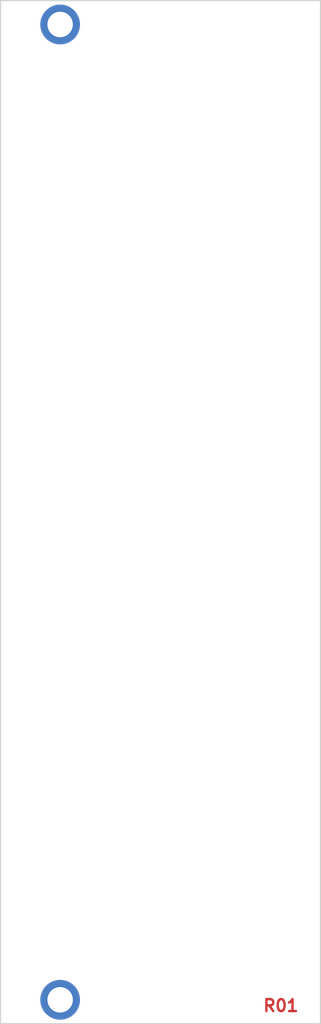
<source format=kicad_pcb>
(kicad_pcb (version 20171130) (host pcbnew 5.1.10)

  (general
    (thickness 1.6)
    (drawings 18)
    (tracks 0)
    (zones 0)
    (modules 12)
    (nets 1)
  )

  (page A4)
  (title_block
    (title produkt)
    (date 2021-12-08)
    (rev R01)
    (comment 1 "PCB for panel")
    (comment 2 "vca and ringmodulator")
    (comment 4 "License CC BY 4.0 - Attribution 4.0 International")
  )

  (layers
    (0 F.Cu signal)
    (31 B.Cu signal)
    (32 B.Adhes user)
    (33 F.Adhes user)
    (34 B.Paste user)
    (35 F.Paste user)
    (36 B.SilkS user)
    (37 F.SilkS user)
    (38 B.Mask user)
    (39 F.Mask user)
    (40 Dwgs.User user)
    (41 Cmts.User user)
    (42 Eco1.User user)
    (43 Eco2.User user)
    (44 Edge.Cuts user)
    (45 Margin user)
    (46 B.CrtYd user)
    (47 F.CrtYd user)
    (48 B.Fab user)
    (49 F.Fab user)
  )

  (setup
    (last_trace_width 0.25)
    (trace_clearance 0.2)
    (zone_clearance 0.508)
    (zone_45_only no)
    (trace_min 0.2)
    (via_size 0.8)
    (via_drill 0.4)
    (via_min_size 0.4)
    (via_min_drill 0.3)
    (uvia_size 0.3)
    (uvia_drill 0.1)
    (uvias_allowed no)
    (uvia_min_size 0.2)
    (uvia_min_drill 0.1)
    (edge_width 0.05)
    (segment_width 0.2)
    (pcb_text_width 0.3)
    (pcb_text_size 1.5 1.5)
    (mod_edge_width 0.12)
    (mod_text_size 1 1)
    (mod_text_width 0.15)
    (pad_size 1.524 1.524)
    (pad_drill 0.762)
    (pad_to_mask_clearance 0)
    (aux_axis_origin 0 0)
    (visible_elements FFFFFF7F)
    (pcbplotparams
      (layerselection 0x010fc_ffffffff)
      (usegerberextensions false)
      (usegerberattributes true)
      (usegerberadvancedattributes true)
      (creategerberjobfile true)
      (excludeedgelayer true)
      (linewidth 0.100000)
      (plotframeref false)
      (viasonmask false)
      (mode 1)
      (useauxorigin false)
      (hpglpennumber 1)
      (hpglpenspeed 20)
      (hpglpendiameter 15.000000)
      (psnegative false)
      (psa4output false)
      (plotreference true)
      (plotvalue true)
      (plotinvisibletext false)
      (padsonsilk false)
      (subtractmaskfromsilk false)
      (outputformat 1)
      (mirror false)
      (drillshape 1)
      (scaleselection 1)
      (outputdirectory ""))
  )

  (net 0 "")

  (net_class Default "This is the default net class."
    (clearance 0.2)
    (trace_width 0.25)
    (via_dia 0.8)
    (via_drill 0.4)
    (uvia_dia 0.3)
    (uvia_drill 0.1)
  )

  (module elektrophon:panel_jack (layer F.Cu) (tedit 60C77876) (tstamp 60E40BF6)
    (at 81.28 157.48)
    (descr "Mounting Hole 8.4mm, no annular, M8")
    (tags "mounting hole 8.4mm no annular m8")
    (path /6097E11B)
    (attr virtual)
    (fp_text reference H12 (at 0 -9.4) (layer F.SilkS) hide
      (effects (font (size 1 1) (thickness 0.15)))
    )
    (fp_text value out (at 0 9.144) (layer F.Mask) hide
      (effects (font (size 2 1.4) (thickness 0.25)))
    )
    (fp_circle (center 0 0) (end 4.2 0) (layer F.CrtYd) (width 0.05))
    (fp_circle (center 0 0) (end 4 0) (layer Cmts.User) (width 0.15))
    (fp_text user %R (at 0.3 0) (layer F.Fab) hide
      (effects (font (size 1 1) (thickness 0.15)))
    )
    (pad "" np_thru_hole circle (at 0 0) (size 6.4 6.4) (drill 6.4) (layers *.Cu *.Mask))
    (model "${KIPRJMOD}/../../../lib/kicad/models/PJ301M-12 Thonkiconn v0.2.stp"
      (offset (xyz 0 0.8 -10.5))
      (scale (xyz 1 1 1))
      (rotate (xyz 0 0 0))
    )
  )

  (module elektrophon:panel_potentiometer (layer F.Cu) (tedit 60C7789D) (tstamp 60E40BEE)
    (at 81.28 137.16)
    (descr "Mounting Hole 8.4mm, no annular, M8")
    (tags "mounting hole 8.4mm no annular m8")
    (path /6097E121)
    (attr virtual)
    (fp_text reference H11 (at 0 -9.4) (layer F.SilkS) hide
      (effects (font (size 1 1) (thickness 0.15)))
    )
    (fp_text value volY_b (at 0 9.144) (layer F.Mask) hide
      (effects (font (size 2 1.4) (thickness 0.25)))
    )
    (fp_circle (center 0 0) (end 6.6 0) (layer F.CrtYd) (width 0.05))
    (fp_circle (center 0 0) (end 6.35 0) (layer Cmts.User) (width 0.15))
    (fp_text user %R (at 0.3 0) (layer F.Fab) hide
      (effects (font (size 1 1) (thickness 0.15)))
    )
    (pad "" np_thru_hole circle (at 0 0) (size 7.4 7.4) (drill 7.4) (layers *.Cu *.Mask))
    (model ${KIPRJMOD}/../../../lib/kicad/models/ALPHA-RD901F-40.step
      (offset (xyz 0 0.5 -12))
      (scale (xyz 1 1 1))
      (rotate (xyz 0 0 0))
    )
  )

  (module elektrophon:panel_jack (layer F.Cu) (tedit 60C77876) (tstamp 60E40BE6)
    (at 60.96 116.84)
    (descr "Mounting Hole 8.4mm, no annular, M8")
    (tags "mounting hole 8.4mm no annular m8")
    (path /6097E127)
    (attr virtual)
    (fp_text reference H10 (at 0 -9.4) (layer F.SilkS) hide
      (effects (font (size 1 1) (thickness 0.15)))
    )
    (fp_text value Y (at 0 9.144) (layer F.Mask) hide
      (effects (font (size 2 1.4) (thickness 0.25)))
    )
    (fp_circle (center 0 0) (end 4.2 0) (layer F.CrtYd) (width 0.05))
    (fp_circle (center 0 0) (end 4 0) (layer Cmts.User) (width 0.15))
    (fp_text user %R (at 0.3 0) (layer F.Fab) hide
      (effects (font (size 1 1) (thickness 0.15)))
    )
    (pad "" np_thru_hole circle (at 0 0) (size 6.4 6.4) (drill 6.4) (layers *.Cu *.Mask))
    (model "${KIPRJMOD}/../../../lib/kicad/models/PJ301M-12 Thonkiconn v0.2.stp"
      (offset (xyz 0 0.8 -10.5))
      (scale (xyz 1 1 1))
      (rotate (xyz 0 0 0))
    )
  )

  (module elektrophon:panel_potentiometer (layer F.Cu) (tedit 60C7789D) (tstamp 60E40BDE)
    (at 81.28 96.52)
    (descr "Mounting Hole 8.4mm, no annular, M8")
    (tags "mounting hole 8.4mm no annular m8")
    (path /5D6AFC22)
    (attr virtual)
    (fp_text reference H9 (at 0 -9.4) (layer F.SilkS) hide
      (effects (font (size 1 1) (thickness 0.15)))
    )
    (fp_text value volX_a (at 0 9.144) (layer F.Mask) hide
      (effects (font (size 2 1.4) (thickness 0.25)))
    )
    (fp_circle (center 0 0) (end 6.6 0) (layer F.CrtYd) (width 0.05))
    (fp_circle (center 0 0) (end 6.35 0) (layer Cmts.User) (width 0.15))
    (fp_text user %R (at 0.3 0) (layer F.Fab) hide
      (effects (font (size 1 1) (thickness 0.15)))
    )
    (pad "" np_thru_hole circle (at 0 0) (size 7.4 7.4) (drill 7.4) (layers *.Cu *.Mask))
    (model ${KIPRJMOD}/../../../lib/kicad/models/ALPHA-RD901F-40.step
      (offset (xyz 0 0.5 -12))
      (scale (xyz 1 1 1))
      (rotate (xyz 0 0 0))
    )
  )

  (module elektrophon:panel_jack (layer F.Cu) (tedit 60C77876) (tstamp 60E40BD6)
    (at 81.28 76.2)
    (descr "Mounting Hole 8.4mm, no annular, M8")
    (tags "mounting hole 8.4mm no annular m8")
    (path /5D6B047C)
    (attr virtual)
    (fp_text reference H8 (at 0 -9.4) (layer F.SilkS) hide
      (effects (font (size 1 1) (thickness 0.15)))
    )
    (fp_text value X (at 0 9.144) (layer F.Mask) hide
      (effects (font (size 2 1.4) (thickness 0.25)))
    )
    (fp_circle (center 0 0) (end 4.2 0) (layer F.CrtYd) (width 0.05))
    (fp_circle (center 0 0) (end 4 0) (layer Cmts.User) (width 0.15))
    (fp_text user %R (at 0.3 0) (layer F.Fab) hide
      (effects (font (size 1 1) (thickness 0.15)))
    )
    (pad "" np_thru_hole circle (at 0 0) (size 6.4 6.4) (drill 6.4) (layers *.Cu *.Mask))
    (model "${KIPRJMOD}/../../../lib/kicad/models/PJ301M-12 Thonkiconn v0.2.stp"
      (offset (xyz 0 0.8 -10.5))
      (scale (xyz 1 1 1))
      (rotate (xyz 0 0 0))
    )
  )

  (module elektrophon:panel_potentiometer (layer F.Cu) (tedit 60C7789D) (tstamp 60E40BCE)
    (at 60.96 137.16)
    (descr "Mounting Hole 8.4mm, no annular, M8")
    (tags "mounting hole 8.4mm no annular m8")
    (path /6097E10F)
    (attr virtual)
    (fp_text reference H7 (at 0 -9.4) (layer F.SilkS) hide
      (effects (font (size 1 1) (thickness 0.15)))
    )
    (fp_text value volX_b (at 0 9.144) (layer F.Mask) hide
      (effects (font (size 2 1.4) (thickness 0.25)))
    )
    (fp_circle (center 0 0) (end 6.6 0) (layer F.CrtYd) (width 0.05))
    (fp_circle (center 0 0) (end 6.35 0) (layer Cmts.User) (width 0.15))
    (fp_text user %R (at 0.3 0) (layer F.Fab) hide
      (effects (font (size 1 1) (thickness 0.15)))
    )
    (pad "" np_thru_hole circle (at 0 0) (size 7.4 7.4) (drill 7.4) (layers *.Cu *.Mask))
    (model ${KIPRJMOD}/../../../lib/kicad/models/ALPHA-RD901F-40.step
      (offset (xyz 0 0.5 -12))
      (scale (xyz 1 1 1))
      (rotate (xyz 0 0 0))
    )
  )

  (module elektrophon:panel_jack (layer F.Cu) (tedit 60C77876) (tstamp 60E40BC6)
    (at 81.28 116.84)
    (descr "Mounting Hole 8.4mm, no annular, M8")
    (tags "mounting hole 8.4mm no annular m8")
    (path /6097E115)
    (attr virtual)
    (fp_text reference H6 (at 0 -9.4) (layer F.SilkS) hide
      (effects (font (size 1 1) (thickness 0.15)))
    )
    (fp_text value Y (at 0 9.144) (layer F.Mask) hide
      (effects (font (size 2 1.4) (thickness 0.25)))
    )
    (fp_circle (center 0 0) (end 4.2 0) (layer F.CrtYd) (width 0.05))
    (fp_circle (center 0 0) (end 4 0) (layer Cmts.User) (width 0.15))
    (fp_text user %R (at 0.3 0) (layer F.Fab) hide
      (effects (font (size 1 1) (thickness 0.15)))
    )
    (pad "" np_thru_hole circle (at 0 0) (size 6.4 6.4) (drill 6.4) (layers *.Cu *.Mask))
    (model "${KIPRJMOD}/../../../lib/kicad/models/PJ301M-12 Thonkiconn v0.2.stp"
      (offset (xyz 0 0.8 -10.5))
      (scale (xyz 1 1 1))
      (rotate (xyz 0 0 0))
    )
  )

  (module elektrophon:panel_jack (layer F.Cu) (tedit 60C77876) (tstamp 60E40BBE)
    (at 60.96 157.48)
    (descr "Mounting Hole 8.4mm, no annular, M8")
    (tags "mounting hole 8.4mm no annular m8")
    (path /5D6B07F8)
    (attr virtual)
    (fp_text reference H5 (at 0 -9.4) (layer F.SilkS) hide
      (effects (font (size 1 1) (thickness 0.15)))
    )
    (fp_text value out (at 0 9.144) (layer F.Mask) hide
      (effects (font (size 2 1.4) (thickness 0.25)))
    )
    (fp_circle (center 0 0) (end 4.2 0) (layer F.CrtYd) (width 0.05))
    (fp_circle (center 0 0) (end 4 0) (layer Cmts.User) (width 0.15))
    (fp_text user %R (at 0.3 0) (layer F.Fab) hide
      (effects (font (size 1 1) (thickness 0.15)))
    )
    (pad "" np_thru_hole circle (at 0 0) (size 6.4 6.4) (drill 6.4) (layers *.Cu *.Mask))
    (model "${KIPRJMOD}/../../../lib/kicad/models/PJ301M-12 Thonkiconn v0.2.stp"
      (offset (xyz 0 0.8 -10.5))
      (scale (xyz 1 1 1))
      (rotate (xyz 0 0 0))
    )
  )

  (module elektrophon:panel_potentiometer (layer F.Cu) (tedit 60C7789D) (tstamp 60E40BB6)
    (at 60.96 96.52)
    (descr "Mounting Hole 8.4mm, no annular, M8")
    (tags "mounting hole 8.4mm no annular m8")
    (path /5EAD9687)
    (attr virtual)
    (fp_text reference H4 (at 0 -9.4) (layer F.SilkS) hide
      (effects (font (size 1 1) (thickness 0.15)))
    )
    (fp_text value volY_a (at 0 9.144) (layer F.Mask) hide
      (effects (font (size 2 1.4) (thickness 0.25)))
    )
    (fp_circle (center 0 0) (end 6.6 0) (layer F.CrtYd) (width 0.05))
    (fp_circle (center 0 0) (end 6.35 0) (layer Cmts.User) (width 0.15))
    (fp_text user %R (at 0.3 0) (layer F.Fab) hide
      (effects (font (size 1 1) (thickness 0.15)))
    )
    (pad "" np_thru_hole circle (at 0 0) (size 7.4 7.4) (drill 7.4) (layers *.Cu *.Mask))
    (model ${KIPRJMOD}/../../../lib/kicad/models/ALPHA-RD901F-40.step
      (offset (xyz 0 0.5 -12))
      (scale (xyz 1 1 1))
      (rotate (xyz 0 0 0))
    )
  )

  (module elektrophon:panel_jack (layer F.Cu) (tedit 60C77876) (tstamp 60E40BAE)
    (at 60.96 76.2)
    (descr "Mounting Hole 8.4mm, no annular, M8")
    (tags "mounting hole 8.4mm no annular m8")
    (path /5EAD968D)
    (attr virtual)
    (fp_text reference H3 (at 0 -9.4) (layer F.SilkS) hide
      (effects (font (size 1 1) (thickness 0.15)))
    )
    (fp_text value X (at 0 9.144) (layer F.Mask) hide
      (effects (font (size 2 1.4) (thickness 0.25)))
    )
    (fp_circle (center 0 0) (end 4.2 0) (layer F.CrtYd) (width 0.05))
    (fp_circle (center 0 0) (end 4 0) (layer Cmts.User) (width 0.15))
    (fp_text user %R (at 0.3 0) (layer F.Fab) hide
      (effects (font (size 1 1) (thickness 0.15)))
    )
    (pad "" np_thru_hole circle (at 0 0) (size 6.4 6.4) (drill 6.4) (layers *.Cu *.Mask))
    (model "${KIPRJMOD}/../../../lib/kicad/models/PJ301M-12 Thonkiconn v0.2.stp"
      (offset (xyz 0 0.8 -10.5))
      (scale (xyz 1 1 1))
      (rotate (xyz 0 0 0))
    )
  )

  (module elektrophon:MountingHole_Panel_3.2mm_M3 (layer F.Cu) (tedit 60C777D2) (tstamp 6097E813)
    (at 58.3 176.3)
    (descr "Mounting Hole 3.2mm, M3, DIN965")
    (tags "mounting hole 3.2mm m3 din965")
    (path /6097A580)
    (attr virtual)
    (fp_text reference H2 (at 0 -3.8) (layer F.SilkS) hide
      (effects (font (size 1 1) (thickness 0.15)))
    )
    (fp_text value MountingHole (at 0 3.8) (layer F.Fab) hide
      (effects (font (size 1 1) (thickness 0.15)))
    )
    (fp_circle (center 0 0) (end 2.8 0) (layer Cmts.User) (width 0.15))
    (fp_circle (center 0 0) (end 3.05 0) (layer F.CrtYd) (width 0.05))
    (fp_text user %R (at 0.3 0) (layer F.Fab) hide
      (effects (font (size 1 1) (thickness 0.15)))
    )
    (pad 1 connect circle (at 0 0) (size 5 5) (layers B.Cu B.Mask))
    (pad 1 connect circle (at 0 0) (size 5 5) (layers F.Cu F.Mask))
    (pad 1 thru_hole circle (at 0 0) (size 3.6 3.6) (drill 3.2) (layers *.Cu *.Mask))
  )

  (module elektrophon:MountingHole_Panel_3.2mm_M3 (layer F.Cu) (tedit 60C777D2) (tstamp 6097E80B)
    (at 58.3 53.8)
    (descr "Mounting Hole 3.2mm, M3, DIN965")
    (tags "mounting hole 3.2mm m3 din965")
    (path /6097A217)
    (attr virtual)
    (fp_text reference H1 (at 0 -3.8) (layer F.SilkS) hide
      (effects (font (size 1 1) (thickness 0.15)))
    )
    (fp_text value MountingHole (at 0 3.8) (layer F.Fab) hide
      (effects (font (size 1 1) (thickness 0.15)))
    )
    (fp_circle (center 0 0) (end 2.8 0) (layer Cmts.User) (width 0.15))
    (fp_circle (center 0 0) (end 3.05 0) (layer F.CrtYd) (width 0.05))
    (fp_text user %R (at 0.3 0) (layer F.Fab) hide
      (effects (font (size 1 1) (thickness 0.15)))
    )
    (pad 1 connect circle (at 0 0) (size 5 5) (layers B.Cu B.Mask))
    (pad 1 connect circle (at 0 0) (size 5 5) (layers F.Cu F.Mask))
    (pad 1 thru_hole circle (at 0 0) (size 3.6 3.6) (drill 3.2) (layers *.Cu *.Mask))
  )

  (gr_text out (at 81.28 166.624) (layer F.Mask) (tstamp 61B09431)
    (effects (font (size 2 1.4) (thickness 0.25)))
  )
  (gr_text out (at 60.96 166.624) (layer F.Mask) (tstamp 61B09431)
    (effects (font (size 2 1.4) (thickness 0.25)))
  )
  (gr_text Y (at 81.28 125.984) (layer F.Mask) (tstamp 61B093E1)
    (effects (font (size 2 1.4) (thickness 0.25)))
  )
  (gr_text Y (at 60.96 125.984) (layer F.Mask) (tstamp 61B093E1)
    (effects (font (size 2 1.4) (thickness 0.25)))
  )
  (gr_text X (at 81.28 85.344) (layer F.Mask) (tstamp 61B0935A)
    (effects (font (size 2 1.4) (thickness 0.25)))
  )
  (gr_text X (at 60.96 85.344) (layer F.Mask) (tstamp 61B0935A)
    (effects (font (size 2 1.4) (thickness 0.25)))
  )
  (gr_text R01 (at 86.106 177.038) (layer F.Cu)
    (effects (font (size 1.5 1.5) (thickness 0.3)))
  )
  (gr_text out (at 81.28 166.624) (layer B.Mask) (tstamp 6106A19A)
    (effects (font (size 2 1.4) (thickness 0.25)))
  )
  (gr_text out (at 60.96 166.624) (layer B.Mask) (tstamp 6106A19A)
    (effects (font (size 2 1.4) (thickness 0.25)))
  )
  (gr_text Y (at 81.28 125.984) (layer B.Mask) (tstamp 6106A19A)
    (effects (font (size 2 1.4) (thickness 0.25)))
  )
  (gr_text Y (at 60.96 125.984) (layer B.Mask) (tstamp 6106A19A)
    (effects (font (size 2 1.4) (thickness 0.25)))
  )
  (gr_text X (at 60.96 85.344) (layer B.Mask) (tstamp 6106A19A)
    (effects (font (size 2 1.4) (thickness 0.25)))
  )
  (gr_text X (at 81.28 85.344) (layer B.Mask)
    (effects (font (size 2 1.4) (thickness 0.25)))
  )
  (gr_text produkt (at 71.374 53.8) (layer F.Mask)
    (effects (font (size 3 3) (thickness 0.35)))
  )
  (gr_line (start 50.8 50.8) (end 50.8 179.3) (layer Edge.Cuts) (width 0.15) (tstamp 60977F7D))
  (gr_line (start 91.1 179.3) (end 50.8 179.3) (layer Edge.Cuts) (width 0.15))
  (gr_line (start 91.1 50.8) (end 91.1 179.3) (layer Edge.Cuts) (width 0.15))
  (gr_line (start 50.8 50.8) (end 91.1 50.8) (layer Edge.Cuts) (width 0.15))

)

</source>
